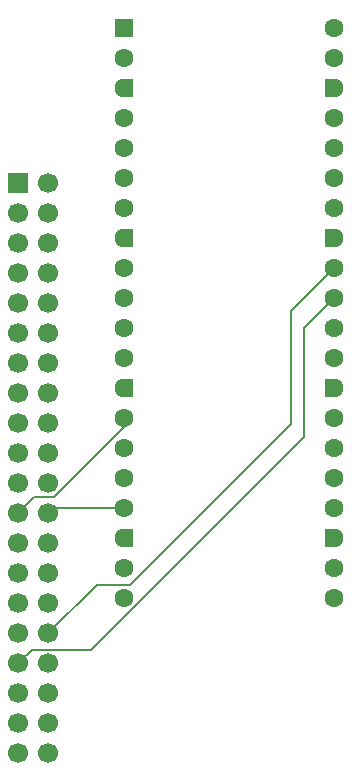
<source format=gbl>
%TF.GenerationSoftware,KiCad,Pcbnew,9.0.3*%
%TF.CreationDate,2025-08-16T09:01:17+02:00*%
%TF.ProjectId,PicoCalcPiZero,5069636f-4361-46c6-9350-695a65726f2e,rev?*%
%TF.SameCoordinates,Original*%
%TF.FileFunction,Copper,L2,Bot*%
%TF.FilePolarity,Positive*%
%FSLAX46Y46*%
G04 Gerber Fmt 4.6, Leading zero omitted, Abs format (unit mm)*
G04 Created by KiCad (PCBNEW 9.0.3) date 2025-08-16 09:01:17*
%MOMM*%
%LPD*%
G01*
G04 APERTURE LIST*
G04 Aperture macros list*
%AMRoundRect*
0 Rectangle with rounded corners*
0 $1 Rounding radius*
0 $2 $3 $4 $5 $6 $7 $8 $9 X,Y pos of 4 corners*
0 Add a 4 corners polygon primitive as box body*
4,1,4,$2,$3,$4,$5,$6,$7,$8,$9,$2,$3,0*
0 Add four circle primitives for the rounded corners*
1,1,$1+$1,$2,$3*
1,1,$1+$1,$4,$5*
1,1,$1+$1,$6,$7*
1,1,$1+$1,$8,$9*
0 Add four rect primitives between the rounded corners*
20,1,$1+$1,$2,$3,$4,$5,0*
20,1,$1+$1,$4,$5,$6,$7,0*
20,1,$1+$1,$6,$7,$8,$9,0*
20,1,$1+$1,$8,$9,$2,$3,0*%
%AMFreePoly0*
4,1,37,0.603843,0.796157,0.639018,0.796157,0.711114,0.766294,0.766294,0.711114,0.796157,0.639018,0.796157,0.603843,0.800000,0.600000,0.800000,-0.600000,0.796157,-0.603843,0.796157,-0.639018,0.766294,-0.711114,0.711114,-0.766294,0.639018,-0.796157,0.603843,-0.796157,0.600000,-0.800000,0.000000,-0.800000,0.000000,-0.796148,-0.078414,-0.796148,-0.232228,-0.765552,-0.377117,-0.705537,
-0.507515,-0.618408,-0.618408,-0.507515,-0.705537,-0.377117,-0.765552,-0.232228,-0.796148,-0.078414,-0.796148,0.078414,-0.765552,0.232228,-0.705537,0.377117,-0.618408,0.507515,-0.507515,0.618408,-0.377117,0.705537,-0.232228,0.765552,-0.078414,0.796148,0.000000,0.796148,0.000000,0.800000,0.600000,0.800000,0.603843,0.796157,0.603843,0.796157,$1*%
%AMFreePoly1*
4,1,37,0.000000,0.796148,0.078414,0.796148,0.232228,0.765552,0.377117,0.705537,0.507515,0.618408,0.618408,0.507515,0.705537,0.377117,0.765552,0.232228,0.796148,0.078414,0.796148,-0.078414,0.765552,-0.232228,0.705537,-0.377117,0.618408,-0.507515,0.507515,-0.618408,0.377117,-0.705537,0.232228,-0.765552,0.078414,-0.796148,0.000000,-0.796148,0.000000,-0.800000,-0.600000,-0.800000,
-0.603843,-0.796157,-0.639018,-0.796157,-0.711114,-0.766294,-0.766294,-0.711114,-0.796157,-0.639018,-0.796157,-0.603843,-0.800000,-0.600000,-0.800000,0.600000,-0.796157,0.603843,-0.796157,0.639018,-0.766294,0.711114,-0.711114,0.766294,-0.639018,0.796157,-0.603843,0.796157,-0.600000,0.800000,0.000000,0.800000,0.000000,0.796148,0.000000,0.796148,$1*%
G04 Aperture macros list end*
%TA.AperFunction,ComponentPad*%
%ADD10RoundRect,0.200000X-0.600000X-0.600000X0.600000X-0.600000X0.600000X0.600000X-0.600000X0.600000X0*%
%TD*%
%TA.AperFunction,ComponentPad*%
%ADD11C,1.600000*%
%TD*%
%TA.AperFunction,ComponentPad*%
%ADD12FreePoly0,0.000000*%
%TD*%
%TA.AperFunction,ComponentPad*%
%ADD13FreePoly1,0.000000*%
%TD*%
%TA.AperFunction,ComponentPad*%
%ADD14R,1.700000X1.700000*%
%TD*%
%TA.AperFunction,ComponentPad*%
%ADD15C,1.700000*%
%TD*%
%TA.AperFunction,Conductor*%
%ADD16C,0.200000*%
%TD*%
G04 APERTURE END LIST*
D10*
%TO.P,A1,1,GPIO0*%
%TO.N,unconnected-(A1-GPIO0-Pad1)*%
X103420000Y-65740000D03*
D11*
%TO.P,A1,2,GPIO1*%
%TO.N,unconnected-(A1-GPIO1-Pad2)*%
X103420000Y-68280000D03*
D12*
%TO.P,A1,3,GND*%
%TO.N,GND*%
X103420000Y-70820000D03*
D11*
%TO.P,A1,4,GPIO2*%
%TO.N,unconnected-(A1-GPIO2-Pad4)*%
X103420000Y-73360000D03*
%TO.P,A1,5,GPIO3*%
%TO.N,unconnected-(A1-GPIO3-Pad5)*%
X103420000Y-75900000D03*
%TO.P,A1,6,GPIO4*%
%TO.N,unconnected-(A1-GPIO4-Pad6)*%
X103420000Y-78440000D03*
%TO.P,A1,7,GPIO5*%
%TO.N,unconnected-(A1-GPIO5-Pad7)*%
X103420000Y-80980000D03*
D12*
%TO.P,A1,8,GND*%
%TO.N,GND*%
X103420000Y-83520000D03*
D11*
%TO.P,A1,9,GPIO6*%
%TO.N,I2C1_SDA*%
X103420000Y-86060000D03*
%TO.P,A1,10,GPIO7*%
%TO.N,I2C1_SCL*%
X103420000Y-88600000D03*
%TO.P,A1,11,GPIO8*%
%TO.N,unconnected-(A1-GPIO8-Pad11)*%
X103420000Y-91140000D03*
%TO.P,A1,12,GPIO9*%
%TO.N,unconnected-(A1-GPIO9-Pad12)*%
X103420000Y-93680000D03*
D12*
%TO.P,A1,13,GND*%
%TO.N,GND*%
X103420000Y-96220000D03*
D11*
%TO.P,A1,14,GPIO10*%
%TO.N,SPI1_SCK*%
X103420000Y-98760000D03*
%TO.P,A1,15,GPIO11*%
%TO.N,SPI1_TX*%
X103420000Y-101300000D03*
%TO.P,A1,16,GPIO12*%
%TO.N,unconnected-(A1-GPIO12-Pad16)*%
X103420000Y-103840000D03*
%TO.P,A1,17,GPIO13*%
%TO.N,SPI1_CS*%
X103420000Y-106380000D03*
D12*
%TO.P,A1,18,GND*%
%TO.N,GND*%
X103420000Y-108920000D03*
D11*
%TO.P,A1,19,GPIO14*%
%TO.N,LCD_DC*%
X103420000Y-111460000D03*
%TO.P,A1,20,GPIO15*%
%TO.N,LCD_RST*%
X103420000Y-114000000D03*
%TO.P,A1,21,GPIO16*%
%TO.N,unconnected-(A1-GPIO16-Pad21)*%
X121200000Y-114000000D03*
%TO.P,A1,22,GPIO17*%
%TO.N,unconnected-(A1-GPIO17-Pad22)*%
X121200000Y-111460000D03*
D13*
%TO.P,A1,23,GND*%
%TO.N,GND*%
X121200000Y-108920000D03*
D11*
%TO.P,A1,24,GPIO18*%
%TO.N,unconnected-(A1-GPIO18-Pad24)*%
X121200000Y-106380000D03*
%TO.P,A1,25,GPIO19*%
%TO.N,unconnected-(A1-GPIO19-Pad25)*%
X121200000Y-103840000D03*
%TO.P,A1,26,GPIO20*%
%TO.N,unconnected-(A1-GPIO20-Pad26)*%
X121200000Y-101300000D03*
%TO.P,A1,27,GPIO21*%
%TO.N,unconnected-(A1-GPIO21-Pad27)*%
X121200000Y-98760000D03*
D13*
%TO.P,A1,28,GND*%
%TO.N,GND*%
X121200000Y-96220000D03*
D11*
%TO.P,A1,29,GPIO22*%
%TO.N,unconnected-(A1-GPIO22-Pad29)*%
X121200000Y-93680000D03*
%TO.P,A1,30,RUN*%
%TO.N,unconnected-(A1-RUN-Pad30)*%
X121200000Y-91140000D03*
%TO.P,A1,31,GPIO26_ADC0*%
%TO.N,PWM_R*%
X121200000Y-88600000D03*
%TO.P,A1,32,GPIO27_ADC1*%
%TO.N,PWM_L*%
X121200000Y-86060000D03*
D13*
%TO.P,A1,33,AGND*%
%TO.N,unconnected-(A1-AGND-Pad33)*%
X121200000Y-83520000D03*
D11*
%TO.P,A1,34,GPIO28_ADC2*%
%TO.N,unconnected-(A1-GPIO28_ADC2-Pad34)*%
X121200000Y-80980000D03*
%TO.P,A1,35,ADC_VREF*%
%TO.N,unconnected-(A1-ADC_VREF-Pad35)*%
X121200000Y-78440000D03*
%TO.P,A1,36,3V3*%
%TO.N,unconnected-(A1-3V3-Pad36)*%
X121200000Y-75900000D03*
%TO.P,A1,37,3V3_EN*%
%TO.N,unconnected-(A1-3V3_EN-Pad37)*%
X121200000Y-73360000D03*
D13*
%TO.P,A1,38,GND*%
%TO.N,GND*%
X121200000Y-70820000D03*
D11*
%TO.P,A1,39,VSYS*%
%TO.N,VSYS*%
X121200000Y-68280000D03*
%TO.P,A1,40,VBUS*%
%TO.N,unconnected-(A1-VBUS-Pad40)*%
X121200000Y-65740000D03*
%TD*%
D14*
%TO.P,J2,1,3V3*%
%TO.N,Net-(J2-3V3-Pad1)*%
X94460000Y-78920000D03*
D15*
%TO.P,J2,2,5V*%
%TO.N,VSYS*%
X97000000Y-78920000D03*
%TO.P,J2,3,SDA/GPIO2*%
%TO.N,I2C1_SDA*%
X94460000Y-81460000D03*
%TO.P,J2,4,5V*%
%TO.N,VSYS*%
X97000000Y-81460000D03*
%TO.P,J2,5,SCL/GPIO3*%
%TO.N,I2C1_SCL*%
X94460000Y-84000000D03*
%TO.P,J2,6,GND*%
%TO.N,GND*%
X97000000Y-84000000D03*
%TO.P,J2,7,GCLK0/GPIO4*%
%TO.N,unconnected-(J2-GCLK0{slash}GPIO4-Pad7)*%
X94460000Y-86540000D03*
%TO.P,J2,8,GPIO14/TXD*%
%TO.N,unconnected-(J2-GPIO14{slash}TXD-Pad8)*%
X97000000Y-86540000D03*
%TO.P,J2,9,GND*%
%TO.N,GND*%
X94460000Y-89080000D03*
%TO.P,J2,10,GPIO15/RXD*%
%TO.N,unconnected-(J2-GPIO15{slash}RXD-Pad10)*%
X97000000Y-89080000D03*
%TO.P,J2,11,GPIO17*%
%TO.N,unconnected-(J2-GPIO17-Pad11)*%
X94460000Y-91620000D03*
%TO.P,J2,12,GPIO18/PWM0*%
%TO.N,unconnected-(J2-GPIO18{slash}PWM0-Pad12)*%
X97000000Y-91620000D03*
%TO.P,J2,13,GPIO27*%
%TO.N,unconnected-(J2-GPIO27-Pad13)*%
X94460000Y-94160000D03*
%TO.P,J2,14,GND*%
%TO.N,GND*%
X97000000Y-94160000D03*
%TO.P,J2,15,GPIO22*%
%TO.N,unconnected-(J2-GPIO22-Pad15)*%
X94460000Y-96700000D03*
%TO.P,J2,16,GPIO23*%
%TO.N,unconnected-(J2-GPIO23-Pad16)*%
X97000000Y-96700000D03*
%TO.P,J2,17,3V3*%
%TO.N,Net-(J2-3V3-Pad1)*%
X94460000Y-99240000D03*
%TO.P,J2,18,GPIO24*%
%TO.N,LCD_DC*%
X97000000Y-99240000D03*
%TO.P,J2,19,MOSI0/GPIO10*%
%TO.N,SPI1_TX*%
X94460000Y-101780000D03*
%TO.P,J2,20,GND*%
%TO.N,GND*%
X97000000Y-101780000D03*
%TO.P,J2,21,MISO0/GPIO9*%
%TO.N,unconnected-(J2-MISO0{slash}GPIO9-Pad21)*%
X94460000Y-104320000D03*
%TO.P,J2,22,GPIO25*%
%TO.N,LCD_RST*%
X97000000Y-104320000D03*
%TO.P,J2,23,SCLK0/GPIO11*%
%TO.N,SPI1_SCK*%
X94460000Y-106860000D03*
%TO.P,J2,24,~{CE0}/GPIO8*%
%TO.N,SPI1_CS*%
X97000000Y-106860000D03*
%TO.P,J2,25,GND*%
%TO.N,GND*%
X94460000Y-109400000D03*
%TO.P,J2,26,~{CE1}/GPIO7*%
%TO.N,unconnected-(J2-~{CE1}{slash}GPIO7-Pad26)*%
X97000000Y-109400000D03*
%TO.P,J2,27,ID_SD/GPIO0*%
%TO.N,unconnected-(J2-ID_SD{slash}GPIO0-Pad27)*%
X94460000Y-111940000D03*
%TO.P,J2,28,ID_SC/GPIO1*%
%TO.N,unconnected-(J2-ID_SC{slash}GPIO1-Pad28)*%
X97000000Y-111940000D03*
%TO.P,J2,29,GCLK1/GPIO5*%
%TO.N,unconnected-(J2-GCLK1{slash}GPIO5-Pad29)*%
X94460000Y-114480000D03*
%TO.P,J2,30,GND*%
%TO.N,GND*%
X97000000Y-114480000D03*
%TO.P,J2,31,GCLK2/GPIO6*%
%TO.N,unconnected-(J2-GCLK2{slash}GPIO6-Pad31)*%
X94460000Y-117020000D03*
%TO.P,J2,32,PWM0/GPIO12*%
%TO.N,PWM_L*%
X97000000Y-117020000D03*
%TO.P,J2,33,PWM1/GPIO13*%
%TO.N,PWM_R*%
X94460000Y-119560000D03*
%TO.P,J2,34,GND*%
%TO.N,GND*%
X97000000Y-119560000D03*
%TO.P,J2,35,GPIO19/MISO1*%
%TO.N,unconnected-(J2-GPIO19{slash}MISO1-Pad35)*%
X94460000Y-122100000D03*
%TO.P,J2,36,GPIO16*%
%TO.N,unconnected-(J2-GPIO16-Pad36)*%
X97000000Y-122100000D03*
%TO.P,J2,37,GPIO26*%
%TO.N,unconnected-(J2-GPIO26-Pad37)*%
X94460000Y-124640000D03*
%TO.P,J2,38,GPIO20/MOSI1*%
%TO.N,unconnected-(J2-GPIO20{slash}MOSI1-Pad38)*%
X97000000Y-124640000D03*
%TO.P,J2,39,GND*%
%TO.N,GND*%
X94460000Y-127180000D03*
%TO.P,J2,40,GPIO21/SCLK1*%
%TO.N,unconnected-(J2-GPIO21{slash}SCLK1-Pad40)*%
X97000000Y-127180000D03*
%TD*%
D16*
%TO.N,PWM_L*%
X121200000Y-86060000D02*
X117500000Y-89760000D01*
X117500000Y-89760000D02*
X117500000Y-99275050D01*
X103876050Y-112899000D02*
X101121000Y-112899000D01*
X101121000Y-112899000D02*
X97000000Y-117020000D01*
X117500000Y-99275050D02*
X103876050Y-112899000D01*
%TO.N,SPI1_SCK*%
X97447760Y-105500000D02*
X95820000Y-105500000D01*
X103420000Y-98760000D02*
X103420000Y-99527760D01*
X103420000Y-99527760D02*
X97447760Y-105500000D01*
X95820000Y-105500000D02*
X94460000Y-106860000D01*
%TO.N,SPI1_CS*%
X97480000Y-106380000D02*
X97000000Y-106860000D01*
X103420000Y-106380000D02*
X97480000Y-106380000D01*
%TO.N,PWM_R*%
X100568050Y-118409000D02*
X95611000Y-118409000D01*
X118599000Y-91201000D02*
X118599000Y-100378050D01*
X118599000Y-100378050D02*
X100568050Y-118409000D01*
X121200000Y-88600000D02*
X118599000Y-91201000D01*
X95611000Y-118409000D02*
X94460000Y-119560000D01*
%TD*%
M02*

</source>
